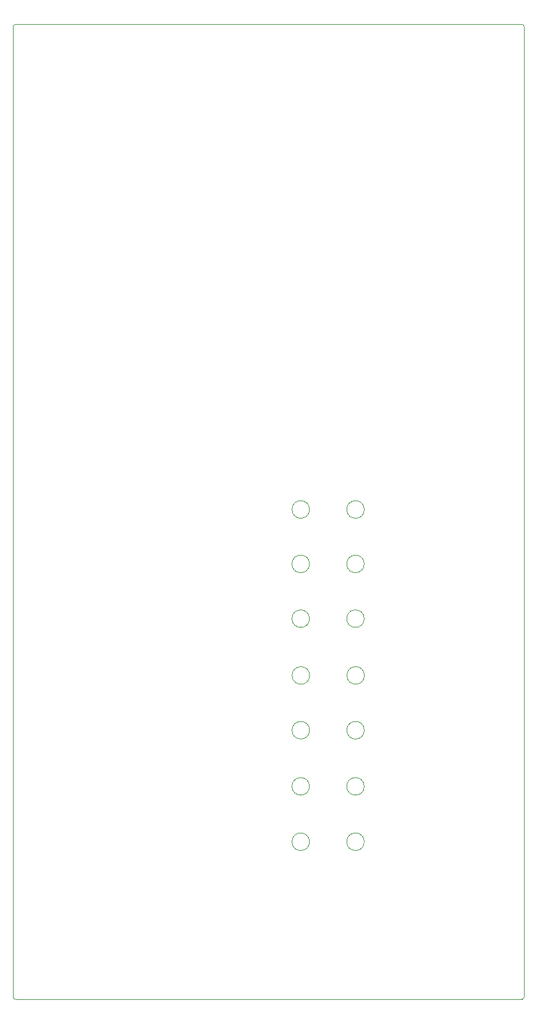
<source format=gbr>
%TF.GenerationSoftware,KiCad,Pcbnew,7.0.1*%
%TF.CreationDate,2023-05-11T12:11:36+02:00*%
%TF.ProjectId,STM32_F439ZI_Shield,53544d33-325f-4463-9433-395a495f5368,rev?*%
%TF.SameCoordinates,Original*%
%TF.FileFunction,Profile,NP*%
%FSLAX46Y46*%
G04 Gerber Fmt 4.6, Leading zero omitted, Abs format (unit mm)*
G04 Created by KiCad (PCBNEW 7.0.1) date 2023-05-11 12:11:36*
%MOMM*%
%LPD*%
G01*
G04 APERTURE LIST*
%TA.AperFunction,Profile*%
%ADD10C,0.100000*%
%TD*%
G04 APERTURE END LIST*
D10*
X144560000Y-90440000D02*
G75*
G03*
X144560000Y-90440000I-1200000J0D01*
G01*
X152070000Y-113150000D02*
G75*
G03*
X152070000Y-113150000I-1200000J0D01*
G01*
X173640000Y-24060000D02*
X104250000Y-24060000D01*
X144550000Y-97890000D02*
G75*
G03*
X144550000Y-97890000I-1200000J0D01*
G01*
X152060000Y-120650000D02*
G75*
G03*
X152060000Y-120650000I-1200000J0D01*
G01*
X173950000Y-157150000D02*
X173950000Y-24360000D01*
X144550000Y-128330000D02*
G75*
G03*
X144550000Y-128330000I-1200000J0D01*
G01*
X152060000Y-90440000D02*
G75*
G03*
X152060000Y-90440000I-1200000J0D01*
G01*
X173949966Y-24359833D02*
G75*
G03*
X173640000Y-24060001I-299966J33D01*
G01*
X144570000Y-113150000D02*
G75*
G03*
X144570000Y-113150000I-1200000J0D01*
G01*
X104260000Y-157460000D02*
X173650000Y-157460000D01*
X144550000Y-135910000D02*
G75*
G03*
X144550000Y-135910000I-1200000J0D01*
G01*
X144550000Y-105380000D02*
G75*
G03*
X144550000Y-105380000I-1200000J0D01*
G01*
X103950000Y-157160000D02*
X103950000Y-24360000D01*
X103950117Y-157160886D02*
G75*
G03*
X104260000Y-157460000I279983J-20014D01*
G01*
X152050000Y-105380000D02*
G75*
G03*
X152050000Y-105380000I-1200000J0D01*
G01*
X152050000Y-128330000D02*
G75*
G03*
X152050000Y-128330000I-1200000J0D01*
G01*
X144560000Y-120650000D02*
G75*
G03*
X144560000Y-120650000I-1200000J0D01*
G01*
X173650000Y-157460165D02*
G75*
G03*
X173949998Y-157150000I0J300165D01*
G01*
X152050000Y-97890000D02*
G75*
G03*
X152050000Y-97890000I-1200000J0D01*
G01*
X104250174Y-24062786D02*
G75*
G03*
X103950001Y-24360000I20126J-320514D01*
G01*
X152050000Y-135910000D02*
G75*
G03*
X152050000Y-135910000I-1200000J0D01*
G01*
M02*

</source>
